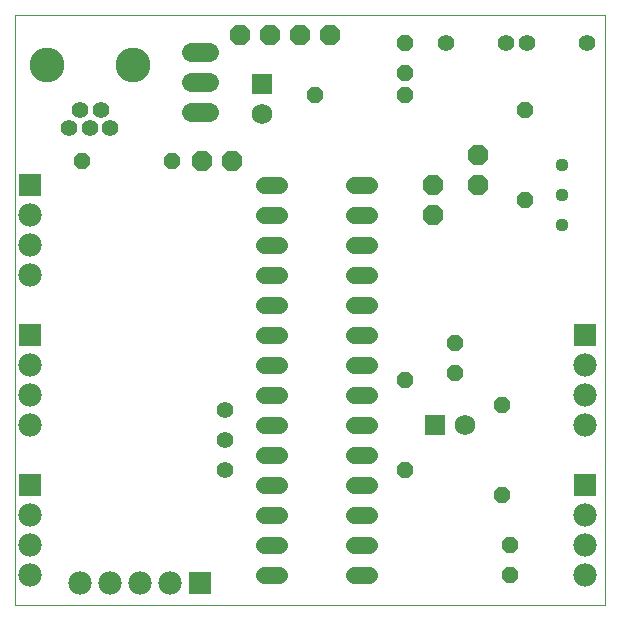
<source format=gbs>
G75*
G70*
%OFA0B0*%
%FSLAX24Y24*%
%IPPOS*%
%LPD*%
%AMOC8*
5,1,8,0,0,1.08239X$1,22.5*
%
%ADD10C,0.0000*%
%ADD11C,0.0560*%
%ADD12OC8,0.0560*%
%ADD13OC8,0.0670*%
%ADD14R,0.0690X0.0690*%
%ADD15C,0.0690*%
%ADD16R,0.0780X0.0780*%
%ADD17C,0.0780*%
%ADD18C,0.0640*%
%ADD19C,0.0555*%
%ADD20C,0.1162*%
%ADD21C,0.0437*%
D10*
X000181Y000312D02*
X000181Y019997D01*
X019866Y019997D01*
X019866Y000312D01*
X000181Y000312D01*
D11*
X008484Y001312D02*
X009004Y001312D01*
X009004Y002312D02*
X008484Y002312D01*
X008484Y003312D02*
X009004Y003312D01*
X009004Y004312D02*
X008484Y004312D01*
X008484Y005312D02*
X009004Y005312D01*
X009004Y006312D02*
X008484Y006312D01*
X008484Y007312D02*
X009004Y007312D01*
X009004Y008312D02*
X008484Y008312D01*
X008484Y009312D02*
X009004Y009312D01*
X009004Y010312D02*
X008484Y010312D01*
X008484Y011312D02*
X009004Y011312D01*
X009004Y012312D02*
X008484Y012312D01*
X008484Y013312D02*
X009004Y013312D01*
X009004Y014312D02*
X008484Y014312D01*
X011484Y014312D02*
X012004Y014312D01*
X012004Y013312D02*
X011484Y013312D01*
X011484Y012312D02*
X012004Y012312D01*
X012004Y011312D02*
X011484Y011312D01*
X011484Y010312D02*
X012004Y010312D01*
X012004Y009312D02*
X011484Y009312D01*
X011484Y008312D02*
X012004Y008312D01*
X012004Y007312D02*
X011484Y007312D01*
X011484Y006312D02*
X012004Y006312D01*
X012004Y005312D02*
X011484Y005312D01*
X011484Y004312D02*
X012004Y004312D01*
X012004Y003312D02*
X011484Y003312D01*
X011484Y002312D02*
X012004Y002312D01*
X012004Y001312D02*
X011484Y001312D01*
D12*
X013181Y004812D03*
X013181Y007812D03*
X014869Y008062D03*
X014869Y009062D03*
X016431Y007000D03*
X016431Y004000D03*
X016681Y002312D03*
X016681Y001312D03*
X017181Y013812D03*
X017181Y016812D03*
X013181Y017312D03*
X013181Y018062D03*
X013181Y019062D03*
X010181Y017312D03*
X005431Y015125D03*
X002431Y015125D03*
D13*
X006431Y015125D03*
X007431Y015125D03*
X007681Y019312D03*
X008681Y019312D03*
X009681Y019312D03*
X010681Y019312D03*
X015619Y015312D03*
X015619Y014312D03*
X014119Y014312D03*
X014119Y013312D03*
D14*
X008431Y017687D03*
X014181Y006312D03*
D15*
X015181Y006312D03*
X008431Y016687D03*
D16*
X000681Y014312D03*
X000681Y009312D03*
X000681Y004312D03*
X006369Y001062D03*
X019181Y004312D03*
X019181Y009312D03*
D17*
X019181Y008312D03*
X019181Y007312D03*
X019181Y006312D03*
X019181Y003312D03*
X019181Y002312D03*
X019181Y001312D03*
X005369Y001062D03*
X004369Y001062D03*
X003369Y001062D03*
X002369Y001062D03*
X000681Y001312D03*
X000681Y002312D03*
X000681Y003312D03*
X000681Y006312D03*
X000681Y007312D03*
X000681Y008312D03*
X000681Y011312D03*
X000681Y012312D03*
X000681Y013312D03*
D18*
X006069Y016750D02*
X006669Y016750D01*
X006669Y017750D02*
X006069Y017750D01*
X006069Y018750D02*
X006669Y018750D01*
D19*
X003351Y016212D03*
X002681Y016212D03*
X002351Y016832D03*
X001981Y016212D03*
X003041Y016832D03*
X007181Y006812D03*
X007181Y005812D03*
X007181Y004812D03*
X014556Y019062D03*
X016556Y019062D03*
X017244Y019062D03*
X019244Y019062D03*
D20*
X004118Y018312D03*
X001244Y018312D03*
D21*
X018431Y015000D03*
X018431Y014000D03*
X018431Y013000D03*
M02*

</source>
